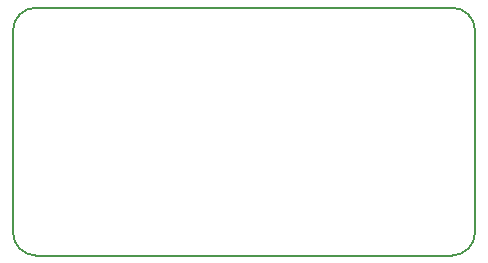
<source format=gko>
G04*
G04 #@! TF.GenerationSoftware,Altium Limited,Altium Designer,22.4.2 (48)*
G04*
G04 Layer_Color=16711935*
%FSLAX44Y44*%
%MOMM*%
G71*
G04*
G04 #@! TF.SameCoordinates,0052537D-BEB4-46D3-A19B-1C4CA2F22292*
G04*
G04*
G04 #@! TF.FilePolarity,Positive*
G04*
G01*
G75*
%ADD13C,0.2000*%
D13*
X14000Y-105000D02*
G03*
X34000Y-85000I0J20000D01*
G01*
X34000Y85000D02*
G03*
X14000Y105000I-20000J0D01*
G01*
X-337500Y105000D02*
G03*
X-357500Y85000I0J-20000D01*
G01*
Y-85000D02*
G03*
X-337500Y-105000I20000J0D01*
G01*
X4000D02*
X14000D01*
X34000Y-85000D02*
Y85000D01*
X-307500Y105000D02*
X14000Y105000D01*
X-337500Y-105000D02*
X4000Y-105000D01*
X-337500Y105000D02*
X-307500D01*
X-357500Y-23750D02*
X-357500Y85000D01*
X-357500Y-85000D02*
Y-23750D01*
M02*

</source>
